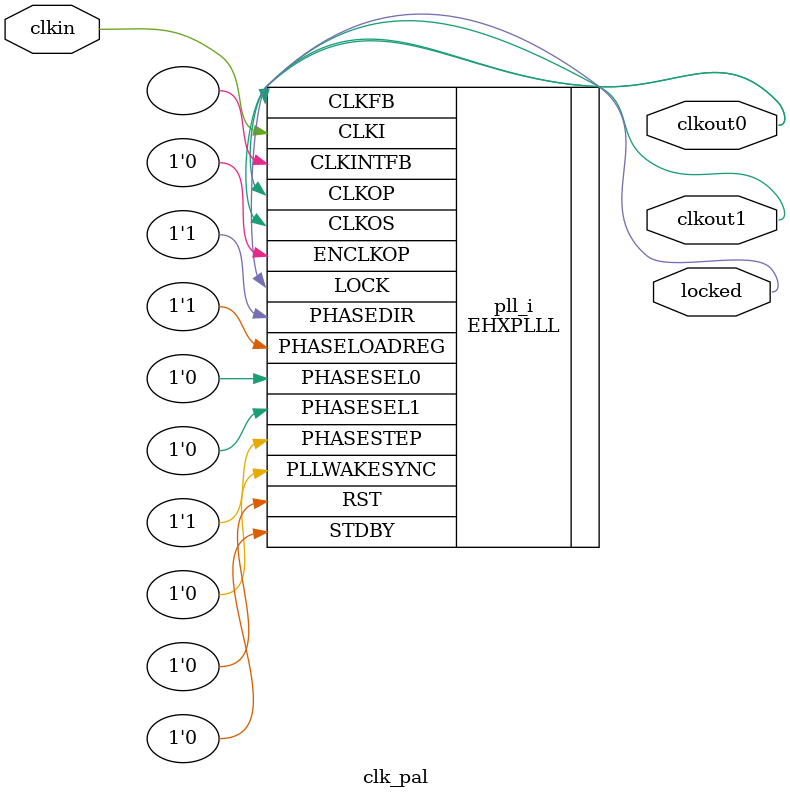
<source format=v>
module clk_pal
(
    input clkin, // 25 MHz, 0 deg
    output clkout0, // 135 MHz, 0 deg
    output clkout1, // 27 MHz, 0 deg
    output locked
);
(* FREQUENCY_PIN_CLKI="25" *)
(* FREQUENCY_PIN_CLKOP="135" *)
(* FREQUENCY_PIN_CLKOS="27" *)
(* ICP_CURRENT="12" *) (* LPF_RESISTOR="8" *) (* MFG_ENABLE_FILTEROPAMP="1" *) (* MFG_GMCREF_SEL="2" *)
EHXPLLL #(
        .PLLRST_ENA("DISABLED"),
        .INTFB_WAKE("DISABLED"),
        .STDBY_ENABLE("DISABLED"),
        .DPHASE_SOURCE("DISABLED"),
        .OUTDIVIDER_MUXA("DIVA"),
        .OUTDIVIDER_MUXB("DIVB"),
        .OUTDIVIDER_MUXC("DIVC"),
        .OUTDIVIDER_MUXD("DIVD"),
        .CLKI_DIV(5),
        .CLKOP_ENABLE("ENABLED"),
        .CLKOP_DIV(4),
        .CLKOP_CPHASE(2),
        .CLKOP_FPHASE(0),
        .CLKOS_ENABLE("ENABLED"),
        .CLKOS_DIV(20),
        .CLKOS_CPHASE(2),
        .CLKOS_FPHASE(0),
        .FEEDBK_PATH("CLKOP"),
        .CLKFB_DIV(27)
    ) pll_i (
        .RST(1'b0),
        .STDBY(1'b0),
        .CLKI(clkin),
        .CLKOP(clkout0),
        .CLKOS(clkout1),
        .CLKFB(clkout0),
        .CLKINTFB(),
        .PHASESEL0(1'b0),
        .PHASESEL1(1'b0),
        .PHASEDIR(1'b1),
        .PHASESTEP(1'b1),
        .PHASELOADREG(1'b1),
        .PLLWAKESYNC(1'b0),
        .ENCLKOP(1'b0),
        .LOCK(locked)
	);
endmodule

</source>
